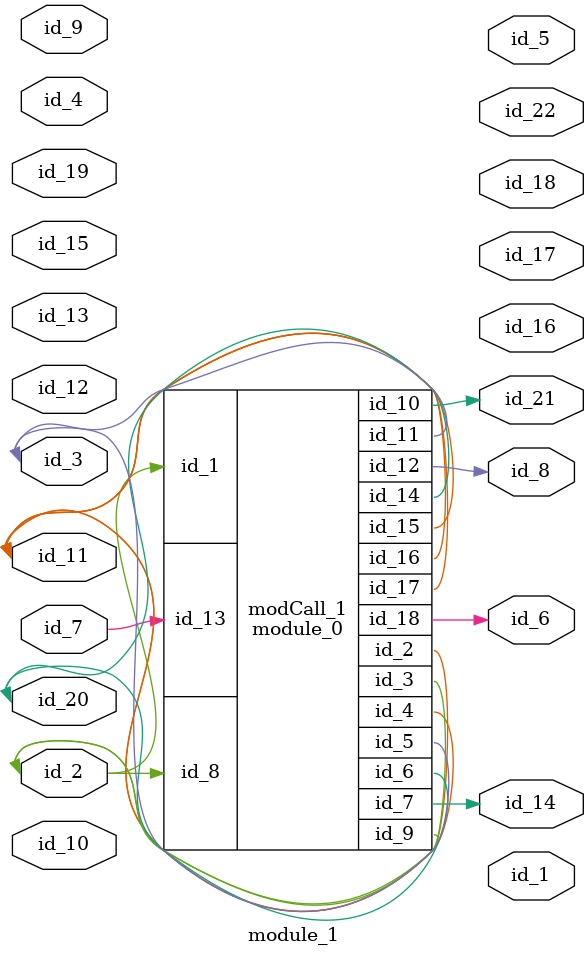
<source format=v>
module module_0 (
    id_1,
    id_2,
    id_3,
    id_4,
    id_5,
    id_6,
    id_7,
    id_8,
    id_9,
    id_10,
    id_11,
    id_12,
    id_13,
    id_14,
    id_15,
    id_16,
    id_17,
    id_18
);
  output wire id_18;
  inout wire id_17;
  inout wire id_16;
  inout wire id_15;
  inout wire id_14;
  input wire id_13;
  output wire id_12;
  inout wire id_11;
  output wire id_10;
  inout wire id_9;
  input wire id_8;
  output wire id_7;
  inout wire id_6;
  output wire id_5;
  output wire id_4;
  output wire id_3;
  inout wire id_2;
  input wire id_1;
  wire id_19;
endmodule
module module_1 (
    id_1,
    id_2,
    id_3,
    id_4,
    id_5,
    id_6,
    id_7,
    id_8,
    id_9,
    id_10,
    id_11,
    id_12,
    id_13,
    id_14,
    id_15,
    id_16,
    id_17,
    id_18,
    id_19,
    id_20,
    id_21,
    id_22
);
  output wire id_22;
  output wire id_21;
  inout wire id_20;
  input wire id_19;
  output wire id_18;
  output wire id_17;
  output wire id_16;
  input wire id_15;
  output wire id_14;
  inout wire id_13;
  input wire id_12;
  inout wire id_11;
  input wire id_10;
  input wire id_9;
  output wire id_8;
  input wire id_7;
  output wire id_6;
  output wire id_5;
  input wire id_4;
  inout wire id_3;
  inout wire id_2;
  output wire id_1;
  wire id_23;
  module_0 modCall_1 (
      id_2,
      id_11,
      id_2,
      id_11,
      id_3,
      id_20,
      id_14,
      id_2,
      id_2,
      id_21,
      id_3,
      id_8,
      id_7,
      id_20,
      id_11,
      id_11,
      id_11,
      id_6
  );
endmodule

</source>
